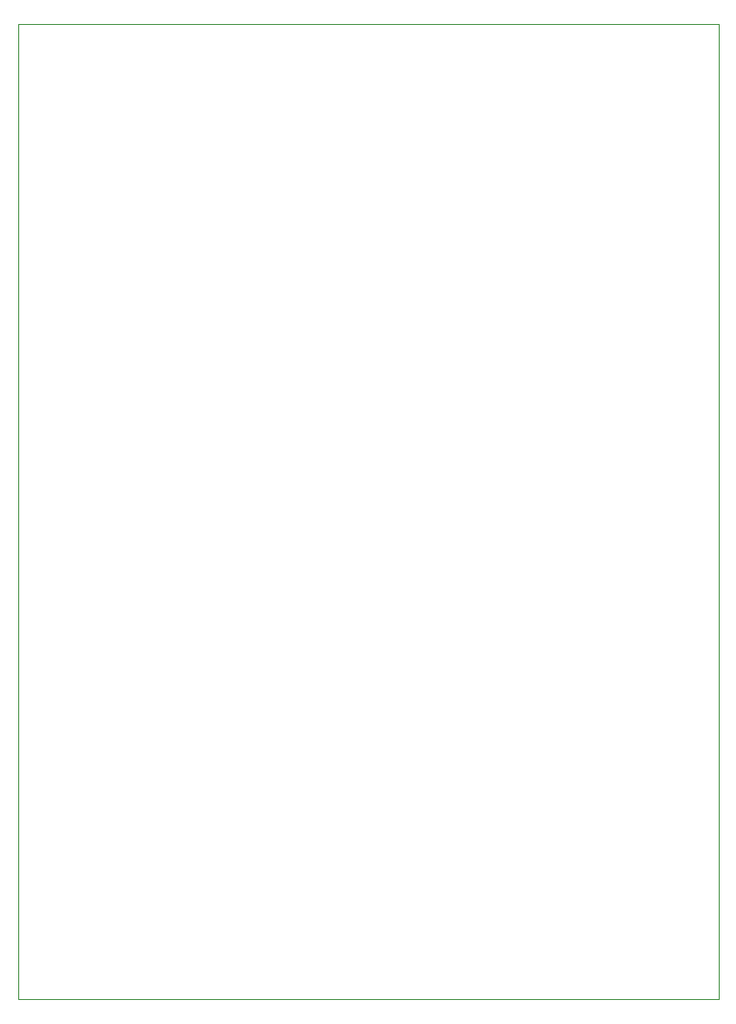
<source format=gbr>
G04 #@! TF.GenerationSoftware,KiCad,Pcbnew,(5.99.0-13060-g64f77b3596)*
G04 #@! TF.CreationDate,2021-11-07T13:08:28-05:00*
G04 #@! TF.ProjectId,ESP32_CAM_Controller,45535033-325f-4434-914d-5f436f6e7472,v1*
G04 #@! TF.SameCoordinates,Original*
G04 #@! TF.FileFunction,Profile,NP*
%FSLAX46Y46*%
G04 Gerber Fmt 4.6, Leading zero omitted, Abs format (unit mm)*
G04 Created by KiCad (PCBNEW (5.99.0-13060-g64f77b3596)) date 2021-11-07 13:08:28*
%MOMM*%
%LPD*%
G01*
G04 APERTURE LIST*
G04 #@! TA.AperFunction,Profile*
%ADD10C,0.050000*%
G04 #@! TD*
G04 APERTURE END LIST*
D10*
X177150000Y-47330000D02*
X177150000Y-133350000D01*
X115316000Y-133350000D02*
X115316000Y-47330000D01*
X115316000Y-47330000D02*
X177150000Y-47330000D01*
X177150000Y-133350000D02*
X115316000Y-133350000D01*
M02*

</source>
